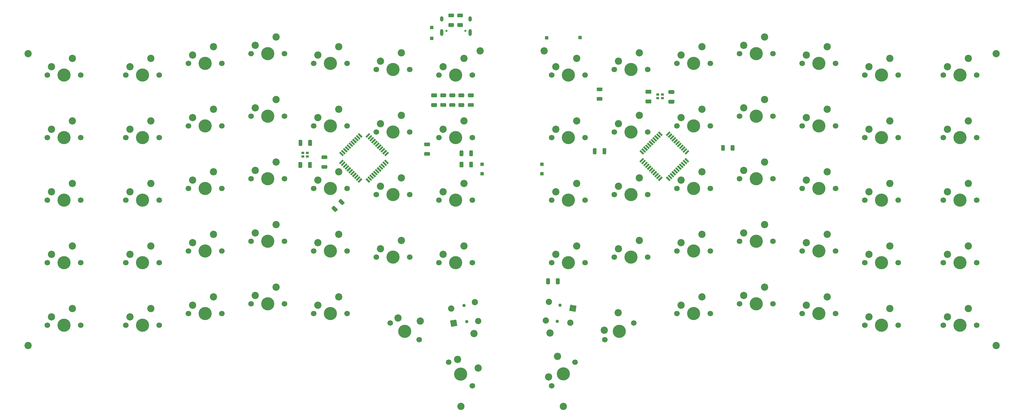
<source format=gbr>
%TF.GenerationSoftware,KiCad,Pcbnew,(5.1.10)-1*%
%TF.CreationDate,2021-09-02T18:22:41+02:00*%
%TF.ProjectId,T1,54312e6b-6963-4616-945f-706362585858,1.1*%
%TF.SameCoordinates,Original*%
%TF.FileFunction,Soldermask,Bot*%
%TF.FilePolarity,Negative*%
%FSLAX46Y46*%
G04 Gerber Fmt 4.6, Leading zero omitted, Abs format (unit mm)*
G04 Created by KiCad (PCBNEW (5.1.10)-1) date 2021-09-02 18:22:41*
%MOMM*%
%LPD*%
G01*
G04 APERTURE LIST*
%ADD10C,2.200000*%
%ADD11C,1.700000*%
%ADD12C,4.000000*%
%ADD13R,1.000000X1.000000*%
%ADD14O,1.000000X2.100000*%
%ADD15C,0.650000*%
%ADD16O,1.000000X1.600000*%
%ADD17C,0.100000*%
%ADD18C,1.000000*%
%ADD19C,1.900000*%
%ADD20R,0.900000X0.800000*%
G04 APERTURE END LIST*
%TO.C,C12*%
G36*
G01*
X161152000Y-112379999D02*
X161152000Y-113680001D01*
G75*
G02*
X160902001Y-113930000I-249999J0D01*
G01*
X160251999Y-113930000D01*
G75*
G02*
X160002000Y-113680001I0J249999D01*
G01*
X160002000Y-112379999D01*
G75*
G02*
X160251999Y-112130000I249999J0D01*
G01*
X160902001Y-112130000D01*
G75*
G02*
X161152000Y-112379999I0J-249999D01*
G01*
G37*
G36*
G01*
X164102000Y-112379999D02*
X164102000Y-113680001D01*
G75*
G02*
X163852001Y-113930000I-249999J0D01*
G01*
X163201999Y-113930000D01*
G75*
G02*
X162952000Y-113680001I0J249999D01*
G01*
X162952000Y-112379999D01*
G75*
G02*
X163201999Y-112130000I249999J0D01*
G01*
X163852001Y-112130000D01*
G75*
G02*
X164102000Y-112379999I0J-249999D01*
G01*
G37*
%TD*%
D10*
%TO.C,REF\u002A\u002A*%
X161163000Y-128778000D03*
%TD*%
%TO.C,REF\u002A\u002A*%
X138049000Y-128905000D03*
%TD*%
%TO.C,REF\u002A\u002A*%
X296862500Y-132556250D03*
%TD*%
%TO.C,REF\u002A\u002A*%
X296862500Y-43656250D03*
%TD*%
%TO.C,REF\u002A\u002A*%
X2381250Y-43656250D03*
%TD*%
%TO.C,REF\u002A\u002A*%
X2381250Y-132556250D03*
%TD*%
%TO.C,REF\u002A\u002A*%
X165195250Y-151130000D03*
%TD*%
%TO.C,REF\u002A\u002A*%
X134048500Y-151130000D03*
%TD*%
%TO.C,REF\u002A\u002A*%
X139890500Y-42799000D03*
%TD*%
%TO.C,REF\u002A\u002A*%
X159353250Y-42799000D03*
%TD*%
D11*
%TO.C,SW21*%
X99472750Y-46640750D03*
X89312750Y-46640750D03*
D12*
X94392750Y-46640750D03*
D10*
X90582750Y-44100750D03*
X96932750Y-41560750D03*
%TD*%
D13*
%TO.C,D+*%
X140525500Y-77343000D03*
%TD*%
%TO.C,D-*%
X140525500Y-80264000D03*
%TD*%
D11*
%TO.C,SW45*%
X190881000Y-86645750D03*
X180721000Y-86645750D03*
D12*
X185801000Y-86645750D03*
D10*
X181991000Y-84105750D03*
X188341000Y-81565750D03*
%TD*%
D11*
%TO.C,SW43*%
X190874650Y-48539400D03*
X180714650Y-48539400D03*
D12*
X185794650Y-48539400D03*
D10*
X181984650Y-45999400D03*
X188334650Y-43459400D03*
%TD*%
D11*
%TO.C,SW26*%
X118529100Y-48539400D03*
X108369100Y-48539400D03*
D12*
X113449100Y-48539400D03*
D10*
X109639100Y-45999400D03*
X115989100Y-43459400D03*
%TD*%
D11*
%TO.C,SW16*%
X80422750Y-43719750D03*
X70262750Y-43719750D03*
D12*
X75342750Y-43719750D03*
D10*
X71532750Y-41179750D03*
X77882750Y-38639750D03*
%TD*%
D11*
%TO.C,SW72*%
X290957000Y-126396750D03*
X280797000Y-126396750D03*
D12*
X285877000Y-126396750D03*
D10*
X282067000Y-123856750D03*
X288417000Y-121316750D03*
%TD*%
D11*
%TO.C,SW71*%
X290957000Y-107346750D03*
X280797000Y-107346750D03*
D12*
X285877000Y-107346750D03*
D10*
X282067000Y-104806750D03*
X288417000Y-102266750D03*
%TD*%
D11*
%TO.C,SW70*%
X290957000Y-88296750D03*
X280797000Y-88296750D03*
D12*
X285877000Y-88296750D03*
D10*
X282067000Y-85756750D03*
X288417000Y-83216750D03*
%TD*%
D11*
%TO.C,SW69*%
X290957000Y-69246750D03*
X280797000Y-69246750D03*
D12*
X285877000Y-69246750D03*
D10*
X282067000Y-66706750D03*
X288417000Y-64166750D03*
%TD*%
D11*
%TO.C,SW68*%
X290957000Y-50196750D03*
X280797000Y-50196750D03*
D12*
X285877000Y-50196750D03*
D10*
X282067000Y-47656750D03*
X288417000Y-45116750D03*
%TD*%
D11*
%TO.C,SW67*%
X267081000Y-126396750D03*
X256921000Y-126396750D03*
D12*
X262001000Y-126396750D03*
D10*
X258191000Y-123856750D03*
X264541000Y-121316750D03*
%TD*%
D11*
%TO.C,SW66*%
X267081000Y-107346750D03*
X256921000Y-107346750D03*
D12*
X262001000Y-107346750D03*
D10*
X258191000Y-104806750D03*
X264541000Y-102266750D03*
%TD*%
D11*
%TO.C,SW65*%
X267081000Y-88296750D03*
X256921000Y-88296750D03*
D12*
X262001000Y-88296750D03*
D10*
X258191000Y-85756750D03*
X264541000Y-83216750D03*
%TD*%
D11*
%TO.C,SW64*%
X267081000Y-69246750D03*
X256921000Y-69246750D03*
D12*
X262001000Y-69246750D03*
D10*
X258191000Y-66706750D03*
X264541000Y-64166750D03*
%TD*%
D11*
%TO.C,SW63*%
X267081000Y-50196750D03*
X256921000Y-50196750D03*
D12*
X262001000Y-50196750D03*
D10*
X258191000Y-47656750D03*
X264541000Y-45116750D03*
%TD*%
D11*
%TO.C,SW62*%
X248031000Y-122840750D03*
X237871000Y-122840750D03*
D12*
X242951000Y-122840750D03*
D10*
X239141000Y-120300750D03*
X245491000Y-117760750D03*
%TD*%
D11*
%TO.C,SW61*%
X248031000Y-103790750D03*
X237871000Y-103790750D03*
D12*
X242951000Y-103790750D03*
D10*
X239141000Y-101250750D03*
X245491000Y-98710750D03*
%TD*%
D11*
%TO.C,SW60*%
X248031000Y-84740750D03*
X237871000Y-84740750D03*
D12*
X242951000Y-84740750D03*
D10*
X239141000Y-82200750D03*
X245491000Y-79660750D03*
%TD*%
D11*
%TO.C,SW59*%
X248031000Y-65690750D03*
X237871000Y-65690750D03*
D12*
X242951000Y-65690750D03*
D10*
X239141000Y-63150750D03*
X245491000Y-60610750D03*
%TD*%
D11*
%TO.C,SW58*%
X248031000Y-46640750D03*
X237871000Y-46640750D03*
D12*
X242951000Y-46640750D03*
D10*
X239141000Y-44100750D03*
X245491000Y-41560750D03*
%TD*%
D11*
%TO.C,SW57*%
X228981000Y-119919750D03*
X218821000Y-119919750D03*
D12*
X223901000Y-119919750D03*
D10*
X220091000Y-117379750D03*
X226441000Y-114839750D03*
%TD*%
D11*
%TO.C,SW56*%
X228981000Y-100869750D03*
X218821000Y-100869750D03*
D12*
X223901000Y-100869750D03*
D10*
X220091000Y-98329750D03*
X226441000Y-95789750D03*
%TD*%
D11*
%TO.C,SW55*%
X228981000Y-81819750D03*
X218821000Y-81819750D03*
D12*
X223901000Y-81819750D03*
D10*
X220091000Y-79279750D03*
X226441000Y-76739750D03*
%TD*%
D11*
%TO.C,SW54*%
X228981000Y-62769750D03*
X218821000Y-62769750D03*
D12*
X223901000Y-62769750D03*
D10*
X220091000Y-60229750D03*
X226441000Y-57689750D03*
%TD*%
D11*
%TO.C,SW53*%
X228981000Y-43719750D03*
X218821000Y-43719750D03*
D12*
X223901000Y-43719750D03*
D10*
X220091000Y-41179750D03*
X226441000Y-38639750D03*
%TD*%
D11*
%TO.C,SW52*%
X209931000Y-122840750D03*
X199771000Y-122840750D03*
D12*
X204851000Y-122840750D03*
D10*
X201041000Y-120300750D03*
X207391000Y-117760750D03*
%TD*%
D11*
%TO.C,SW51*%
X209931000Y-103790750D03*
X199771000Y-103790750D03*
D12*
X204851000Y-103790750D03*
D10*
X201041000Y-101250750D03*
X207391000Y-98710750D03*
%TD*%
D11*
%TO.C,SW50*%
X209931000Y-84740750D03*
X199771000Y-84740750D03*
D12*
X204851000Y-84740750D03*
D10*
X201041000Y-82200750D03*
X207391000Y-79660750D03*
%TD*%
D11*
%TO.C,SW49*%
X209931000Y-65690750D03*
X199771000Y-65690750D03*
D12*
X204851000Y-65690750D03*
D10*
X201041000Y-63150750D03*
X207391000Y-60610750D03*
%TD*%
D11*
%TO.C,SW48*%
X209931000Y-46640750D03*
X199771000Y-46640750D03*
D12*
X204851000Y-46640750D03*
D10*
X201041000Y-44100750D03*
X207391000Y-41560750D03*
%TD*%
D11*
%TO.C,SW47*%
X186644410Y-125716159D03*
X177845591Y-130796159D03*
D12*
X182245000Y-128256159D03*
D10*
X177675444Y-127961455D03*
X181904705Y-122586750D03*
%TD*%
D11*
%TO.C,SW46*%
X190881000Y-105695750D03*
X180721000Y-105695750D03*
D12*
X185801000Y-105695750D03*
D10*
X181991000Y-103155750D03*
X188341000Y-100615750D03*
%TD*%
D11*
%TO.C,SW44*%
X190881000Y-67595750D03*
X180721000Y-67595750D03*
D12*
X185801000Y-67595750D03*
D10*
X181991000Y-65055750D03*
X188341000Y-62515750D03*
%TD*%
D11*
%TO.C,SW42*%
X168819103Y-137663647D03*
X161634898Y-144847852D03*
D12*
X165227000Y-141255750D03*
D10*
X160736872Y-142153775D03*
X163430949Y-135867596D03*
%TD*%
D11*
%TO.C,SW41*%
X171831000Y-107346750D03*
X161671000Y-107346750D03*
D12*
X166751000Y-107346750D03*
D10*
X162941000Y-104806750D03*
X169291000Y-102266750D03*
%TD*%
D11*
%TO.C,SW40*%
X171831000Y-88296750D03*
X161671000Y-88296750D03*
D12*
X166751000Y-88296750D03*
D10*
X162941000Y-85756750D03*
X169291000Y-83216750D03*
%TD*%
D11*
%TO.C,SW39*%
X171831000Y-69246750D03*
X161671000Y-69246750D03*
D12*
X166751000Y-69246750D03*
D10*
X162941000Y-66706750D03*
X169291000Y-64166750D03*
%TD*%
D11*
%TO.C,SW38*%
X171831000Y-50196750D03*
X161671000Y-50196750D03*
D12*
X166751000Y-50196750D03*
D10*
X162941000Y-47656750D03*
X169291000Y-45116750D03*
%TD*%
D14*
%TO.C,J1*%
X128236250Y-37261250D03*
X136876250Y-37261250D03*
D15*
X135446250Y-36731250D03*
D16*
X136876250Y-33081250D03*
D15*
X129666250Y-36731250D03*
D16*
X128236250Y-33081250D03*
%TD*%
D17*
%TO.C,U2*%
G36*
X196406548Y-81453060D02*
G01*
X196795456Y-81064152D01*
X197856116Y-82124812D01*
X197467208Y-82513720D01*
X196406548Y-81453060D01*
G37*
G36*
X196972233Y-80887374D02*
G01*
X197361141Y-80498466D01*
X198421801Y-81559126D01*
X198032893Y-81948034D01*
X196972233Y-80887374D01*
G37*
G36*
X197537918Y-80321689D02*
G01*
X197926826Y-79932781D01*
X198987486Y-80993441D01*
X198598578Y-81382349D01*
X197537918Y-80321689D01*
G37*
G36*
X198103604Y-79756004D02*
G01*
X198492512Y-79367096D01*
X199553172Y-80427756D01*
X199164264Y-80816664D01*
X198103604Y-79756004D01*
G37*
G36*
X198669289Y-79190318D02*
G01*
X199058197Y-78801410D01*
X200118857Y-79862070D01*
X199729949Y-80250978D01*
X198669289Y-79190318D01*
G37*
G36*
X199234975Y-78624633D02*
G01*
X199623883Y-78235725D01*
X200684543Y-79296385D01*
X200295635Y-79685293D01*
X199234975Y-78624633D01*
G37*
G36*
X199800660Y-78058947D02*
G01*
X200189568Y-77670039D01*
X201250228Y-78730699D01*
X200861320Y-79119607D01*
X199800660Y-78058947D01*
G37*
G36*
X200366346Y-77493262D02*
G01*
X200755254Y-77104354D01*
X201815914Y-78165014D01*
X201427006Y-78553922D01*
X200366346Y-77493262D01*
G37*
G36*
X200932031Y-76927576D02*
G01*
X201320939Y-76538668D01*
X202381599Y-77599328D01*
X201992691Y-77988236D01*
X200932031Y-76927576D01*
G37*
G36*
X201497716Y-76361891D02*
G01*
X201886624Y-75972983D01*
X202947284Y-77033643D01*
X202558376Y-77422551D01*
X201497716Y-76361891D01*
G37*
G36*
X202063402Y-75796206D02*
G01*
X202452310Y-75407298D01*
X203512970Y-76467958D01*
X203124062Y-76856866D01*
X202063402Y-75796206D01*
G37*
G36*
X202452310Y-74452702D02*
G01*
X202063402Y-74063794D01*
X203124062Y-73003134D01*
X203512970Y-73392042D01*
X202452310Y-74452702D01*
G37*
G36*
X201886624Y-73887017D02*
G01*
X201497716Y-73498109D01*
X202558376Y-72437449D01*
X202947284Y-72826357D01*
X201886624Y-73887017D01*
G37*
G36*
X201320939Y-73321332D02*
G01*
X200932031Y-72932424D01*
X201992691Y-71871764D01*
X202381599Y-72260672D01*
X201320939Y-73321332D01*
G37*
G36*
X200755254Y-72755646D02*
G01*
X200366346Y-72366738D01*
X201427006Y-71306078D01*
X201815914Y-71694986D01*
X200755254Y-72755646D01*
G37*
G36*
X200189568Y-72189961D02*
G01*
X199800660Y-71801053D01*
X200861320Y-70740393D01*
X201250228Y-71129301D01*
X200189568Y-72189961D01*
G37*
G36*
X199623883Y-71624275D02*
G01*
X199234975Y-71235367D01*
X200295635Y-70174707D01*
X200684543Y-70563615D01*
X199623883Y-71624275D01*
G37*
G36*
X199058197Y-71058590D02*
G01*
X198669289Y-70669682D01*
X199729949Y-69609022D01*
X200118857Y-69997930D01*
X199058197Y-71058590D01*
G37*
G36*
X198492512Y-70492904D02*
G01*
X198103604Y-70103996D01*
X199164264Y-69043336D01*
X199553172Y-69432244D01*
X198492512Y-70492904D01*
G37*
G36*
X197926826Y-69927219D02*
G01*
X197537918Y-69538311D01*
X198598578Y-68477651D01*
X198987486Y-68866559D01*
X197926826Y-69927219D01*
G37*
G36*
X197361141Y-69361534D02*
G01*
X196972233Y-68972626D01*
X198032893Y-67911966D01*
X198421801Y-68300874D01*
X197361141Y-69361534D01*
G37*
G36*
X196795456Y-68795848D02*
G01*
X196406548Y-68406940D01*
X197467208Y-67346280D01*
X197856116Y-67735188D01*
X196795456Y-68795848D01*
G37*
G36*
X194002384Y-67735188D02*
G01*
X194391292Y-67346280D01*
X195451952Y-68406940D01*
X195063044Y-68795848D01*
X194002384Y-67735188D01*
G37*
G36*
X193436699Y-68300874D02*
G01*
X193825607Y-67911966D01*
X194886267Y-68972626D01*
X194497359Y-69361534D01*
X193436699Y-68300874D01*
G37*
G36*
X192871014Y-68866559D02*
G01*
X193259922Y-68477651D01*
X194320582Y-69538311D01*
X193931674Y-69927219D01*
X192871014Y-68866559D01*
G37*
G36*
X192305328Y-69432244D02*
G01*
X192694236Y-69043336D01*
X193754896Y-70103996D01*
X193365988Y-70492904D01*
X192305328Y-69432244D01*
G37*
G36*
X191739643Y-69997930D02*
G01*
X192128551Y-69609022D01*
X193189211Y-70669682D01*
X192800303Y-71058590D01*
X191739643Y-69997930D01*
G37*
G36*
X191173957Y-70563615D02*
G01*
X191562865Y-70174707D01*
X192623525Y-71235367D01*
X192234617Y-71624275D01*
X191173957Y-70563615D01*
G37*
G36*
X190608272Y-71129301D02*
G01*
X190997180Y-70740393D01*
X192057840Y-71801053D01*
X191668932Y-72189961D01*
X190608272Y-71129301D01*
G37*
G36*
X190042586Y-71694986D02*
G01*
X190431494Y-71306078D01*
X191492154Y-72366738D01*
X191103246Y-72755646D01*
X190042586Y-71694986D01*
G37*
G36*
X189476901Y-72260672D02*
G01*
X189865809Y-71871764D01*
X190926469Y-72932424D01*
X190537561Y-73321332D01*
X189476901Y-72260672D01*
G37*
G36*
X188911216Y-72826357D02*
G01*
X189300124Y-72437449D01*
X190360784Y-73498109D01*
X189971876Y-73887017D01*
X188911216Y-72826357D01*
G37*
G36*
X188345530Y-73392042D02*
G01*
X188734438Y-73003134D01*
X189795098Y-74063794D01*
X189406190Y-74452702D01*
X188345530Y-73392042D01*
G37*
G36*
X188734438Y-76856866D02*
G01*
X188345530Y-76467958D01*
X189406190Y-75407298D01*
X189795098Y-75796206D01*
X188734438Y-76856866D01*
G37*
G36*
X189300124Y-77422551D02*
G01*
X188911216Y-77033643D01*
X189971876Y-75972983D01*
X190360784Y-76361891D01*
X189300124Y-77422551D01*
G37*
G36*
X189865809Y-77988236D02*
G01*
X189476901Y-77599328D01*
X190537561Y-76538668D01*
X190926469Y-76927576D01*
X189865809Y-77988236D01*
G37*
G36*
X190431494Y-78553922D02*
G01*
X190042586Y-78165014D01*
X191103246Y-77104354D01*
X191492154Y-77493262D01*
X190431494Y-78553922D01*
G37*
G36*
X190997180Y-79119607D02*
G01*
X190608272Y-78730699D01*
X191668932Y-77670039D01*
X192057840Y-78058947D01*
X190997180Y-79119607D01*
G37*
G36*
X191562865Y-79685293D02*
G01*
X191173957Y-79296385D01*
X192234617Y-78235725D01*
X192623525Y-78624633D01*
X191562865Y-79685293D01*
G37*
G36*
X192128551Y-80250978D02*
G01*
X191739643Y-79862070D01*
X192800303Y-78801410D01*
X193189211Y-79190318D01*
X192128551Y-80250978D01*
G37*
G36*
X192694236Y-80816664D02*
G01*
X192305328Y-80427756D01*
X193365988Y-79367096D01*
X193754896Y-79756004D01*
X192694236Y-80816664D01*
G37*
G36*
X193259922Y-81382349D02*
G01*
X192871014Y-80993441D01*
X193931674Y-79932781D01*
X194320582Y-80321689D01*
X193259922Y-81382349D01*
G37*
G36*
X193825607Y-81948034D02*
G01*
X193436699Y-81559126D01*
X194497359Y-80498466D01*
X194886267Y-80887374D01*
X193825607Y-81948034D01*
G37*
G36*
X194391292Y-82513720D02*
G01*
X194002384Y-82124812D01*
X195063044Y-81064152D01*
X195451952Y-81453060D01*
X194391292Y-82513720D01*
G37*
%TD*%
%TO.C,U1*%
G36*
X105061798Y-81961060D02*
G01*
X105450706Y-81572152D01*
X106511366Y-82632812D01*
X106122458Y-83021720D01*
X105061798Y-81961060D01*
G37*
G36*
X105627483Y-81395374D02*
G01*
X106016391Y-81006466D01*
X107077051Y-82067126D01*
X106688143Y-82456034D01*
X105627483Y-81395374D01*
G37*
G36*
X106193168Y-80829689D02*
G01*
X106582076Y-80440781D01*
X107642736Y-81501441D01*
X107253828Y-81890349D01*
X106193168Y-80829689D01*
G37*
G36*
X106758854Y-80264004D02*
G01*
X107147762Y-79875096D01*
X108208422Y-80935756D01*
X107819514Y-81324664D01*
X106758854Y-80264004D01*
G37*
G36*
X107324539Y-79698318D02*
G01*
X107713447Y-79309410D01*
X108774107Y-80370070D01*
X108385199Y-80758978D01*
X107324539Y-79698318D01*
G37*
G36*
X107890225Y-79132633D02*
G01*
X108279133Y-78743725D01*
X109339793Y-79804385D01*
X108950885Y-80193293D01*
X107890225Y-79132633D01*
G37*
G36*
X108455910Y-78566947D02*
G01*
X108844818Y-78178039D01*
X109905478Y-79238699D01*
X109516570Y-79627607D01*
X108455910Y-78566947D01*
G37*
G36*
X109021596Y-78001262D02*
G01*
X109410504Y-77612354D01*
X110471164Y-78673014D01*
X110082256Y-79061922D01*
X109021596Y-78001262D01*
G37*
G36*
X109587281Y-77435576D02*
G01*
X109976189Y-77046668D01*
X111036849Y-78107328D01*
X110647941Y-78496236D01*
X109587281Y-77435576D01*
G37*
G36*
X110152966Y-76869891D02*
G01*
X110541874Y-76480983D01*
X111602534Y-77541643D01*
X111213626Y-77930551D01*
X110152966Y-76869891D01*
G37*
G36*
X110718652Y-76304206D02*
G01*
X111107560Y-75915298D01*
X112168220Y-76975958D01*
X111779312Y-77364866D01*
X110718652Y-76304206D01*
G37*
G36*
X111107560Y-74960702D02*
G01*
X110718652Y-74571794D01*
X111779312Y-73511134D01*
X112168220Y-73900042D01*
X111107560Y-74960702D01*
G37*
G36*
X110541874Y-74395017D02*
G01*
X110152966Y-74006109D01*
X111213626Y-72945449D01*
X111602534Y-73334357D01*
X110541874Y-74395017D01*
G37*
G36*
X109976189Y-73829332D02*
G01*
X109587281Y-73440424D01*
X110647941Y-72379764D01*
X111036849Y-72768672D01*
X109976189Y-73829332D01*
G37*
G36*
X109410504Y-73263646D02*
G01*
X109021596Y-72874738D01*
X110082256Y-71814078D01*
X110471164Y-72202986D01*
X109410504Y-73263646D01*
G37*
G36*
X108844818Y-72697961D02*
G01*
X108455910Y-72309053D01*
X109516570Y-71248393D01*
X109905478Y-71637301D01*
X108844818Y-72697961D01*
G37*
G36*
X108279133Y-72132275D02*
G01*
X107890225Y-71743367D01*
X108950885Y-70682707D01*
X109339793Y-71071615D01*
X108279133Y-72132275D01*
G37*
G36*
X107713447Y-71566590D02*
G01*
X107324539Y-71177682D01*
X108385199Y-70117022D01*
X108774107Y-70505930D01*
X107713447Y-71566590D01*
G37*
G36*
X107147762Y-71000904D02*
G01*
X106758854Y-70611996D01*
X107819514Y-69551336D01*
X108208422Y-69940244D01*
X107147762Y-71000904D01*
G37*
G36*
X106582076Y-70435219D02*
G01*
X106193168Y-70046311D01*
X107253828Y-68985651D01*
X107642736Y-69374559D01*
X106582076Y-70435219D01*
G37*
G36*
X106016391Y-69869534D02*
G01*
X105627483Y-69480626D01*
X106688143Y-68419966D01*
X107077051Y-68808874D01*
X106016391Y-69869534D01*
G37*
G36*
X105450706Y-69303848D02*
G01*
X105061798Y-68914940D01*
X106122458Y-67854280D01*
X106511366Y-68243188D01*
X105450706Y-69303848D01*
G37*
G36*
X102657634Y-68243188D02*
G01*
X103046542Y-67854280D01*
X104107202Y-68914940D01*
X103718294Y-69303848D01*
X102657634Y-68243188D01*
G37*
G36*
X102091949Y-68808874D02*
G01*
X102480857Y-68419966D01*
X103541517Y-69480626D01*
X103152609Y-69869534D01*
X102091949Y-68808874D01*
G37*
G36*
X101526264Y-69374559D02*
G01*
X101915172Y-68985651D01*
X102975832Y-70046311D01*
X102586924Y-70435219D01*
X101526264Y-69374559D01*
G37*
G36*
X100960578Y-69940244D02*
G01*
X101349486Y-69551336D01*
X102410146Y-70611996D01*
X102021238Y-71000904D01*
X100960578Y-69940244D01*
G37*
G36*
X100394893Y-70505930D02*
G01*
X100783801Y-70117022D01*
X101844461Y-71177682D01*
X101455553Y-71566590D01*
X100394893Y-70505930D01*
G37*
G36*
X99829207Y-71071615D02*
G01*
X100218115Y-70682707D01*
X101278775Y-71743367D01*
X100889867Y-72132275D01*
X99829207Y-71071615D01*
G37*
G36*
X99263522Y-71637301D02*
G01*
X99652430Y-71248393D01*
X100713090Y-72309053D01*
X100324182Y-72697961D01*
X99263522Y-71637301D01*
G37*
G36*
X98697836Y-72202986D02*
G01*
X99086744Y-71814078D01*
X100147404Y-72874738D01*
X99758496Y-73263646D01*
X98697836Y-72202986D01*
G37*
G36*
X98132151Y-72768672D02*
G01*
X98521059Y-72379764D01*
X99581719Y-73440424D01*
X99192811Y-73829332D01*
X98132151Y-72768672D01*
G37*
G36*
X97566466Y-73334357D02*
G01*
X97955374Y-72945449D01*
X99016034Y-74006109D01*
X98627126Y-74395017D01*
X97566466Y-73334357D01*
G37*
G36*
X97000780Y-73900042D02*
G01*
X97389688Y-73511134D01*
X98450348Y-74571794D01*
X98061440Y-74960702D01*
X97000780Y-73900042D01*
G37*
G36*
X97389688Y-77364866D02*
G01*
X97000780Y-76975958D01*
X98061440Y-75915298D01*
X98450348Y-76304206D01*
X97389688Y-77364866D01*
G37*
G36*
X97955374Y-77930551D02*
G01*
X97566466Y-77541643D01*
X98627126Y-76480983D01*
X99016034Y-76869891D01*
X97955374Y-77930551D01*
G37*
G36*
X98521059Y-78496236D02*
G01*
X98132151Y-78107328D01*
X99192811Y-77046668D01*
X99581719Y-77435576D01*
X98521059Y-78496236D01*
G37*
G36*
X99086744Y-79061922D02*
G01*
X98697836Y-78673014D01*
X99758496Y-77612354D01*
X100147404Y-78001262D01*
X99086744Y-79061922D01*
G37*
G36*
X99652430Y-79627607D02*
G01*
X99263522Y-79238699D01*
X100324182Y-78178039D01*
X100713090Y-78566947D01*
X99652430Y-79627607D01*
G37*
G36*
X100218115Y-80193293D02*
G01*
X99829207Y-79804385D01*
X100889867Y-78743725D01*
X101278775Y-79132633D01*
X100218115Y-80193293D01*
G37*
G36*
X100783801Y-80758978D02*
G01*
X100394893Y-80370070D01*
X101455553Y-79309410D01*
X101844461Y-79698318D01*
X100783801Y-80758978D01*
G37*
G36*
X101349486Y-81324664D02*
G01*
X100960578Y-80935756D01*
X102021238Y-79875096D01*
X102410146Y-80264004D01*
X101349486Y-81324664D01*
G37*
G36*
X101915172Y-81890349D02*
G01*
X101526264Y-81501441D01*
X102586924Y-80440781D01*
X102975832Y-80829689D01*
X101915172Y-81890349D01*
G37*
G36*
X102480857Y-82456034D02*
G01*
X102091949Y-82067126D01*
X103152609Y-81006466D01*
X103541517Y-81395374D01*
X102480857Y-82456034D01*
G37*
G36*
X103046542Y-83021720D02*
G01*
X102657634Y-82632812D01*
X103718294Y-81572152D01*
X104107202Y-81961060D01*
X103046542Y-83021720D01*
G37*
%TD*%
D11*
%TO.C,SW35*%
X137554699Y-144865904D03*
X130370494Y-137681699D03*
D12*
X133962596Y-141273801D03*
D10*
X133064571Y-136783673D03*
X139350750Y-139477750D03*
%TD*%
D11*
%TO.C,SW34*%
X137572750Y-107346750D03*
X127412750Y-107346750D03*
D12*
X132492750Y-107346750D03*
D10*
X128682750Y-104806750D03*
X135032750Y-102266750D03*
%TD*%
D11*
%TO.C,SW33*%
X137572750Y-88296750D03*
X127412750Y-88296750D03*
D12*
X132492750Y-88296750D03*
D10*
X128682750Y-85756750D03*
X135032750Y-83216750D03*
%TD*%
D11*
%TO.C,SW32*%
X137572750Y-69246750D03*
X127412750Y-69246750D03*
D12*
X132492750Y-69246750D03*
D10*
X128682750Y-66706750D03*
X135032750Y-64166750D03*
%TD*%
D11*
%TO.C,SW31*%
X137572750Y-50196750D03*
X127412750Y-50196750D03*
D12*
X132492750Y-50196750D03*
D10*
X128682750Y-47656750D03*
X135032750Y-45116750D03*
%TD*%
D11*
%TO.C,SW30*%
X121398160Y-130841750D03*
X112599341Y-125761750D03*
D12*
X116998750Y-128301750D03*
D10*
X114969194Y-124197046D03*
X121738455Y-125172341D03*
%TD*%
D11*
%TO.C,SW29*%
X118522750Y-105695750D03*
X108362750Y-105695750D03*
D12*
X113442750Y-105695750D03*
D10*
X109632750Y-103155750D03*
X115982750Y-100615750D03*
%TD*%
D11*
%TO.C,SW28*%
X118522750Y-86645750D03*
X108362750Y-86645750D03*
D12*
X113442750Y-86645750D03*
D10*
X109632750Y-84105750D03*
X115982750Y-81565750D03*
%TD*%
D11*
%TO.C,SW27*%
X118522750Y-67595750D03*
X108362750Y-67595750D03*
D12*
X113442750Y-67595750D03*
D10*
X109632750Y-65055750D03*
X115982750Y-62515750D03*
%TD*%
D11*
%TO.C,SW25*%
X99472750Y-122840750D03*
X89312750Y-122840750D03*
D12*
X94392750Y-122840750D03*
D10*
X90582750Y-120300750D03*
X96932750Y-117760750D03*
%TD*%
D11*
%TO.C,SW24*%
X99472750Y-103790750D03*
X89312750Y-103790750D03*
D12*
X94392750Y-103790750D03*
D10*
X90582750Y-101250750D03*
X96932750Y-98710750D03*
%TD*%
D11*
%TO.C,SW23*%
X99472750Y-84740750D03*
X89312750Y-84740750D03*
D12*
X94392750Y-84740750D03*
D10*
X90582750Y-82200750D03*
X96932750Y-79660750D03*
%TD*%
D11*
%TO.C,SW22*%
X99472750Y-65690750D03*
X89312750Y-65690750D03*
D12*
X94392750Y-65690750D03*
D10*
X90582750Y-63150750D03*
X96932750Y-60610750D03*
%TD*%
D11*
%TO.C,SW20*%
X80422750Y-119919750D03*
X70262750Y-119919750D03*
D12*
X75342750Y-119919750D03*
D10*
X71532750Y-117379750D03*
X77882750Y-114839750D03*
%TD*%
D11*
%TO.C,SW19*%
X80422750Y-100869750D03*
X70262750Y-100869750D03*
D12*
X75342750Y-100869750D03*
D10*
X71532750Y-98329750D03*
X77882750Y-95789750D03*
%TD*%
D11*
%TO.C,SW18*%
X80422750Y-81819750D03*
X70262750Y-81819750D03*
D12*
X75342750Y-81819750D03*
D10*
X71532750Y-79279750D03*
X77882750Y-76739750D03*
%TD*%
D11*
%TO.C,SW17*%
X80422750Y-62769750D03*
X70262750Y-62769750D03*
D12*
X75342750Y-62769750D03*
D10*
X71532750Y-60229750D03*
X77882750Y-57689750D03*
%TD*%
D11*
%TO.C,SW15*%
X61372750Y-122840750D03*
X51212750Y-122840750D03*
D12*
X56292750Y-122840750D03*
D10*
X52482750Y-120300750D03*
X58832750Y-117760750D03*
%TD*%
D11*
%TO.C,SW14*%
X61372750Y-103790750D03*
X51212750Y-103790750D03*
D12*
X56292750Y-103790750D03*
D10*
X52482750Y-101250750D03*
X58832750Y-98710750D03*
%TD*%
D11*
%TO.C,SW13*%
X61372750Y-84740750D03*
X51212750Y-84740750D03*
D12*
X56292750Y-84740750D03*
D10*
X52482750Y-82200750D03*
X58832750Y-79660750D03*
%TD*%
D11*
%TO.C,SW12*%
X61372750Y-65690750D03*
X51212750Y-65690750D03*
D12*
X56292750Y-65690750D03*
D10*
X52482750Y-63150750D03*
X58832750Y-60610750D03*
%TD*%
D11*
%TO.C,SW11*%
X61372750Y-46640750D03*
X51212750Y-46640750D03*
D12*
X56292750Y-46640750D03*
D10*
X52482750Y-44100750D03*
X58832750Y-41560750D03*
%TD*%
D11*
%TO.C,SW10*%
X42322750Y-126396750D03*
X32162750Y-126396750D03*
D12*
X37242750Y-126396750D03*
D10*
X33432750Y-123856750D03*
X39782750Y-121316750D03*
%TD*%
D11*
%TO.C,SW9*%
X42322750Y-107346750D03*
X32162750Y-107346750D03*
D12*
X37242750Y-107346750D03*
D10*
X33432750Y-104806750D03*
X39782750Y-102266750D03*
%TD*%
D11*
%TO.C,SW8*%
X42322750Y-88296750D03*
X32162750Y-88296750D03*
D12*
X37242750Y-88296750D03*
D10*
X33432750Y-85756750D03*
X39782750Y-83216750D03*
%TD*%
D11*
%TO.C,SW7*%
X42322750Y-69246750D03*
X32162750Y-69246750D03*
D12*
X37242750Y-69246750D03*
D10*
X33432750Y-66706750D03*
X39782750Y-64166750D03*
%TD*%
D11*
%TO.C,SW6*%
X42322750Y-50196750D03*
X32162750Y-50196750D03*
D12*
X37242750Y-50196750D03*
D10*
X33432750Y-47656750D03*
X39782750Y-45116750D03*
%TD*%
D11*
%TO.C,SW5*%
X18446750Y-126396750D03*
X8286750Y-126396750D03*
D12*
X13366750Y-126396750D03*
D10*
X9556750Y-123856750D03*
X15906750Y-121316750D03*
%TD*%
D11*
%TO.C,SW4*%
X18446750Y-107346750D03*
X8286750Y-107346750D03*
D12*
X13366750Y-107346750D03*
D10*
X9556750Y-104806750D03*
X15906750Y-102266750D03*
%TD*%
D11*
%TO.C,SW3*%
X18446750Y-88296750D03*
X8286750Y-88296750D03*
D12*
X13366750Y-88296750D03*
D10*
X9556750Y-85756750D03*
X15906750Y-83216750D03*
%TD*%
D11*
%TO.C,SW2*%
X18446750Y-69246750D03*
X8286750Y-69246750D03*
D12*
X13366750Y-69246750D03*
D10*
X9556750Y-66706750D03*
X15906750Y-64166750D03*
%TD*%
D11*
%TO.C,SW1*%
X18446750Y-50196750D03*
X8286750Y-50196750D03*
D12*
X13366750Y-50196750D03*
D10*
X9556750Y-47656750D03*
X15906750Y-45116750D03*
%TD*%
%TO.C,R8*%
G36*
G01*
X130470747Y-34396250D02*
X131720753Y-34396250D01*
G75*
G02*
X131970750Y-34646247I0J-249997D01*
G01*
X131970750Y-35271253D01*
G75*
G02*
X131720753Y-35521250I-249997J0D01*
G01*
X130470747Y-35521250D01*
G75*
G02*
X130220750Y-35271253I0J249997D01*
G01*
X130220750Y-34646247D01*
G75*
G02*
X130470747Y-34396250I249997J0D01*
G01*
G37*
G36*
G01*
X130470747Y-31471250D02*
X131720753Y-31471250D01*
G75*
G02*
X131970750Y-31721247I0J-249997D01*
G01*
X131970750Y-32346253D01*
G75*
G02*
X131720753Y-32596250I-249997J0D01*
G01*
X130470747Y-32596250D01*
G75*
G02*
X130220750Y-32346253I0J249997D01*
G01*
X130220750Y-31721247D01*
G75*
G02*
X130470747Y-31471250I249997J0D01*
G01*
G37*
%TD*%
%TO.C,R7*%
G36*
G01*
X133201247Y-34396250D02*
X134451253Y-34396250D01*
G75*
G02*
X134701250Y-34646247I0J-249997D01*
G01*
X134701250Y-35271253D01*
G75*
G02*
X134451253Y-35521250I-249997J0D01*
G01*
X133201247Y-35521250D01*
G75*
G02*
X132951250Y-35271253I0J249997D01*
G01*
X132951250Y-34646247D01*
G75*
G02*
X133201247Y-34396250I249997J0D01*
G01*
G37*
G36*
G01*
X133201247Y-31471250D02*
X134451253Y-31471250D01*
G75*
G02*
X134701250Y-31721247I0J-249997D01*
G01*
X134701250Y-32346253D01*
G75*
G02*
X134451253Y-32596250I-249997J0D01*
G01*
X133201247Y-32596250D01*
G75*
G02*
X132951250Y-32346253I0J249997D01*
G01*
X132951250Y-31721247D01*
G75*
G02*
X133201247Y-31471250I249997J0D01*
G01*
G37*
%TD*%
%TO.C,R6*%
G36*
G01*
X216133250Y-73015003D02*
X216133250Y-71764997D01*
G75*
G02*
X216383247Y-71515000I249997J0D01*
G01*
X217008253Y-71515000D01*
G75*
G02*
X217258250Y-71764997I0J-249997D01*
G01*
X217258250Y-73015003D01*
G75*
G02*
X217008253Y-73265000I-249997J0D01*
G01*
X216383247Y-73265000D01*
G75*
G02*
X216133250Y-73015003I0J249997D01*
G01*
G37*
G36*
G01*
X213208250Y-73015003D02*
X213208250Y-71764997D01*
G75*
G02*
X213458247Y-71515000I249997J0D01*
G01*
X214083253Y-71515000D01*
G75*
G02*
X214333250Y-71764997I0J-249997D01*
G01*
X214333250Y-73015003D01*
G75*
G02*
X214083253Y-73265000I-249997J0D01*
G01*
X213458247Y-73265000D01*
G75*
G02*
X213208250Y-73015003I0J249997D01*
G01*
G37*
%TD*%
%TO.C,R5*%
G36*
G01*
X176869253Y-55107000D02*
X175619247Y-55107000D01*
G75*
G02*
X175369250Y-54857003I0J249997D01*
G01*
X175369250Y-54231997D01*
G75*
G02*
X175619247Y-53982000I249997J0D01*
G01*
X176869253Y-53982000D01*
G75*
G02*
X177119250Y-54231997I0J-249997D01*
G01*
X177119250Y-54857003D01*
G75*
G02*
X176869253Y-55107000I-249997J0D01*
G01*
G37*
G36*
G01*
X176869253Y-58032000D02*
X175619247Y-58032000D01*
G75*
G02*
X175369250Y-57782003I0J249997D01*
G01*
X175369250Y-57156997D01*
G75*
G02*
X175619247Y-56907000I249997J0D01*
G01*
X176869253Y-56907000D01*
G75*
G02*
X177119250Y-57156997I0J-249997D01*
G01*
X177119250Y-57782003D01*
G75*
G02*
X176869253Y-58032000I-249997J0D01*
G01*
G37*
%TD*%
%TO.C,R4*%
G36*
G01*
X123136497Y-73671000D02*
X124386503Y-73671000D01*
G75*
G02*
X124636500Y-73920997I0J-249997D01*
G01*
X124636500Y-74546003D01*
G75*
G02*
X124386503Y-74796000I-249997J0D01*
G01*
X123136497Y-74796000D01*
G75*
G02*
X122886500Y-74546003I0J249997D01*
G01*
X122886500Y-73920997D01*
G75*
G02*
X123136497Y-73671000I249997J0D01*
G01*
G37*
G36*
G01*
X123136497Y-70746000D02*
X124386503Y-70746000D01*
G75*
G02*
X124636500Y-70995997I0J-249997D01*
G01*
X124636500Y-71621003D01*
G75*
G02*
X124386503Y-71871000I-249997J0D01*
G01*
X123136497Y-71871000D01*
G75*
G02*
X122886500Y-71621003I0J249997D01*
G01*
X122886500Y-70995997D01*
G75*
G02*
X123136497Y-70746000I249997J0D01*
G01*
G37*
%TD*%
%TO.C,R3*%
G36*
G01*
X134799500Y-73415997D02*
X134799500Y-74666003D01*
G75*
G02*
X134549503Y-74916000I-249997J0D01*
G01*
X133924497Y-74916000D01*
G75*
G02*
X133674500Y-74666003I0J249997D01*
G01*
X133674500Y-73415997D01*
G75*
G02*
X133924497Y-73166000I249997J0D01*
G01*
X134549503Y-73166000D01*
G75*
G02*
X134799500Y-73415997I0J-249997D01*
G01*
G37*
G36*
G01*
X137724500Y-73415997D02*
X137724500Y-74666003D01*
G75*
G02*
X137474503Y-74916000I-249997J0D01*
G01*
X136849497Y-74916000D01*
G75*
G02*
X136599500Y-74666003I0J249997D01*
G01*
X136599500Y-73415997D01*
G75*
G02*
X136849497Y-73166000I249997J0D01*
G01*
X137474503Y-73166000D01*
G75*
G02*
X137724500Y-73415997I0J-249997D01*
G01*
G37*
%TD*%
%TO.C,R2*%
G36*
G01*
X134799500Y-76844997D02*
X134799500Y-78095003D01*
G75*
G02*
X134549503Y-78345000I-249997J0D01*
G01*
X133924497Y-78345000D01*
G75*
G02*
X133674500Y-78095003I0J249997D01*
G01*
X133674500Y-76844997D01*
G75*
G02*
X133924497Y-76595000I249997J0D01*
G01*
X134549503Y-76595000D01*
G75*
G02*
X134799500Y-76844997I0J-249997D01*
G01*
G37*
G36*
G01*
X137724500Y-76844997D02*
X137724500Y-78095003D01*
G75*
G02*
X137474503Y-78345000I-249997J0D01*
G01*
X136849497Y-78345000D01*
G75*
G02*
X136599500Y-78095003I0J249997D01*
G01*
X136599500Y-76844997D01*
G75*
G02*
X136849497Y-76595000I249997J0D01*
G01*
X137474503Y-76595000D01*
G75*
G02*
X137724500Y-76844997I0J-249997D01*
G01*
G37*
%TD*%
%TO.C,R1*%
G36*
G01*
X93144503Y-75808000D02*
X91894497Y-75808000D01*
G75*
G02*
X91644500Y-75558003I0J249997D01*
G01*
X91644500Y-74932997D01*
G75*
G02*
X91894497Y-74683000I249997J0D01*
G01*
X93144503Y-74683000D01*
G75*
G02*
X93394500Y-74932997I0J-249997D01*
G01*
X93394500Y-75558003D01*
G75*
G02*
X93144503Y-75808000I-249997J0D01*
G01*
G37*
G36*
G01*
X93144503Y-78733000D02*
X91894497Y-78733000D01*
G75*
G02*
X91644500Y-78483003I0J249997D01*
G01*
X91644500Y-77857997D01*
G75*
G02*
X91894497Y-77608000I249997J0D01*
G01*
X93144503Y-77608000D01*
G75*
G02*
X93394500Y-77857997I0J-249997D01*
G01*
X93394500Y-78483003D01*
G75*
G02*
X93144503Y-78733000I-249997J0D01*
G01*
G37*
%TD*%
D18*
%TO.C,J3*%
X164245777Y-120273101D03*
X163377536Y-125197140D03*
D19*
X167360179Y-125645531D03*
D17*
G36*
X167041063Y-121984498D02*
G01*
X167370994Y-120113363D01*
X169242129Y-120443294D01*
X168912198Y-122314429D01*
X167041063Y-121984498D01*
G37*
D19*
X159861250Y-124983294D03*
X160868409Y-119271409D03*
%TD*%
D18*
%TO.C,J2*%
X135830601Y-125324140D03*
X134962360Y-120400101D03*
D19*
X131066541Y-121340896D03*
D17*
G36*
X132618560Y-124671998D02*
G01*
X132948491Y-126543133D01*
X131077356Y-126873064D01*
X130747425Y-125001929D01*
X132618560Y-124671998D01*
G37*
D19*
X138339728Y-119398409D03*
X139346887Y-125110294D03*
%TD*%
%TO.C,C11*%
G36*
G01*
X177144250Y-74056001D02*
X177144250Y-72755999D01*
G75*
G02*
X177394249Y-72506000I249999J0D01*
G01*
X178044251Y-72506000D01*
G75*
G02*
X178294250Y-72755999I0J-249999D01*
G01*
X178294250Y-74056001D01*
G75*
G02*
X178044251Y-74306000I-249999J0D01*
G01*
X177394249Y-74306000D01*
G75*
G02*
X177144250Y-74056001I0J249999D01*
G01*
G37*
G36*
G01*
X174194250Y-74056001D02*
X174194250Y-72755999D01*
G75*
G02*
X174444249Y-72506000I249999J0D01*
G01*
X175094251Y-72506000D01*
G75*
G02*
X175344250Y-72755999I0J-249999D01*
G01*
X175344250Y-74056001D01*
G75*
G02*
X175094251Y-74306000I-249999J0D01*
G01*
X174444249Y-74306000D01*
G75*
G02*
X174194250Y-74056001I0J249999D01*
G01*
G37*
%TD*%
%TO.C,C10*%
G36*
G01*
X190453249Y-57669000D02*
X191753251Y-57669000D01*
G75*
G02*
X192003250Y-57918999I0J-249999D01*
G01*
X192003250Y-58569001D01*
G75*
G02*
X191753251Y-58819000I-249999J0D01*
G01*
X190453249Y-58819000D01*
G75*
G02*
X190203250Y-58569001I0J249999D01*
G01*
X190203250Y-57918999D01*
G75*
G02*
X190453249Y-57669000I249999J0D01*
G01*
G37*
G36*
G01*
X190453249Y-54719000D02*
X191753251Y-54719000D01*
G75*
G02*
X192003250Y-54968999I0J-249999D01*
G01*
X192003250Y-55619001D01*
G75*
G02*
X191753251Y-55869000I-249999J0D01*
G01*
X190453249Y-55869000D01*
G75*
G02*
X190203250Y-55619001I0J249999D01*
G01*
X190203250Y-54968999D01*
G75*
G02*
X190453249Y-54719000I249999J0D01*
G01*
G37*
%TD*%
%TO.C,C9*%
G36*
G01*
X198738251Y-55947000D02*
X197438249Y-55947000D01*
G75*
G02*
X197188250Y-55697001I0J249999D01*
G01*
X197188250Y-55046999D01*
G75*
G02*
X197438249Y-54797000I249999J0D01*
G01*
X198738251Y-54797000D01*
G75*
G02*
X198988250Y-55046999I0J-249999D01*
G01*
X198988250Y-55697001D01*
G75*
G02*
X198738251Y-55947000I-249999J0D01*
G01*
G37*
G36*
G01*
X198738251Y-58897000D02*
X197438249Y-58897000D01*
G75*
G02*
X197188250Y-58647001I0J249999D01*
G01*
X197188250Y-57996999D01*
G75*
G02*
X197438249Y-57747000I249999J0D01*
G01*
X198738251Y-57747000D01*
G75*
G02*
X198988250Y-57996999I0J-249999D01*
G01*
X198988250Y-58647001D01*
G75*
G02*
X198738251Y-58897000I-249999J0D01*
G01*
G37*
%TD*%
%TO.C,C8*%
G36*
G01*
X97806517Y-89739224D02*
X96887276Y-88819983D01*
G75*
G02*
X96887276Y-88466431I176776J176776D01*
G01*
X97346897Y-88006810D01*
G75*
G02*
X97700449Y-88006810I176776J-176776D01*
G01*
X98619690Y-88926051D01*
G75*
G02*
X98619690Y-89279603I-176776J-176776D01*
G01*
X98160069Y-89739224D01*
G75*
G02*
X97806517Y-89739224I-176776J176776D01*
G01*
G37*
G36*
G01*
X95720551Y-91825190D02*
X94801310Y-90905949D01*
G75*
G02*
X94801310Y-90552397I176776J176776D01*
G01*
X95260931Y-90092776D01*
G75*
G02*
X95614483Y-90092776I176776J-176776D01*
G01*
X96533724Y-91012017D01*
G75*
G02*
X96533724Y-91365569I-176776J-176776D01*
G01*
X96074103Y-91825190D01*
G75*
G02*
X95720551Y-91825190I-176776J176776D01*
G01*
G37*
%TD*%
%TO.C,C7*%
G36*
G01*
X85777500Y-76946999D02*
X85777500Y-78247001D01*
G75*
G02*
X85527501Y-78497000I-249999J0D01*
G01*
X84877499Y-78497000D01*
G75*
G02*
X84627500Y-78247001I0J249999D01*
G01*
X84627500Y-76946999D01*
G75*
G02*
X84877499Y-76697000I249999J0D01*
G01*
X85527501Y-76697000D01*
G75*
G02*
X85777500Y-76946999I0J-249999D01*
G01*
G37*
G36*
G01*
X88727500Y-76946999D02*
X88727500Y-78247001D01*
G75*
G02*
X88477501Y-78497000I-249999J0D01*
G01*
X87827499Y-78497000D01*
G75*
G02*
X87577500Y-78247001I0J249999D01*
G01*
X87577500Y-76946999D01*
G75*
G02*
X87827499Y-76697000I249999J0D01*
G01*
X88477501Y-76697000D01*
G75*
G02*
X88727500Y-76946999I0J-249999D01*
G01*
G37*
%TD*%
%TO.C,C6*%
G36*
G01*
X87626500Y-71516001D02*
X87626500Y-70215999D01*
G75*
G02*
X87876499Y-69966000I249999J0D01*
G01*
X88526501Y-69966000D01*
G75*
G02*
X88776500Y-70215999I0J-249999D01*
G01*
X88776500Y-71516001D01*
G75*
G02*
X88526501Y-71766000I-249999J0D01*
G01*
X87876499Y-71766000D01*
G75*
G02*
X87626500Y-71516001I0J249999D01*
G01*
G37*
G36*
G01*
X84676500Y-71516001D02*
X84676500Y-70215999D01*
G75*
G02*
X84926499Y-69966000I249999J0D01*
G01*
X85576501Y-69966000D01*
G75*
G02*
X85826500Y-70215999I0J-249999D01*
G01*
X85826500Y-71516001D01*
G75*
G02*
X85576501Y-71766000I-249999J0D01*
G01*
X84926499Y-71766000D01*
G75*
G02*
X84676500Y-71516001I0J249999D01*
G01*
G37*
%TD*%
%TO.C,C5*%
G36*
G01*
X136446499Y-58748500D02*
X137746501Y-58748500D01*
G75*
G02*
X137996500Y-58998499I0J-249999D01*
G01*
X137996500Y-59648501D01*
G75*
G02*
X137746501Y-59898500I-249999J0D01*
G01*
X136446499Y-59898500D01*
G75*
G02*
X136196500Y-59648501I0J249999D01*
G01*
X136196500Y-58998499D01*
G75*
G02*
X136446499Y-58748500I249999J0D01*
G01*
G37*
G36*
G01*
X136446499Y-55798500D02*
X137746501Y-55798500D01*
G75*
G02*
X137996500Y-56048499I0J-249999D01*
G01*
X137996500Y-56698501D01*
G75*
G02*
X137746501Y-56948500I-249999J0D01*
G01*
X136446499Y-56948500D01*
G75*
G02*
X136196500Y-56698501I0J249999D01*
G01*
X136196500Y-56048499D01*
G75*
G02*
X136446499Y-55798500I249999J0D01*
G01*
G37*
%TD*%
%TO.C,C4*%
G36*
G01*
X133525499Y-58763000D02*
X134825501Y-58763000D01*
G75*
G02*
X135075500Y-59012999I0J-249999D01*
G01*
X135075500Y-59663001D01*
G75*
G02*
X134825501Y-59913000I-249999J0D01*
G01*
X133525499Y-59913000D01*
G75*
G02*
X133275500Y-59663001I0J249999D01*
G01*
X133275500Y-59012999D01*
G75*
G02*
X133525499Y-58763000I249999J0D01*
G01*
G37*
G36*
G01*
X133525499Y-55813000D02*
X134825501Y-55813000D01*
G75*
G02*
X135075500Y-56062999I0J-249999D01*
G01*
X135075500Y-56713001D01*
G75*
G02*
X134825501Y-56963000I-249999J0D01*
G01*
X133525499Y-56963000D01*
G75*
G02*
X133275500Y-56713001I0J249999D01*
G01*
X133275500Y-56062999D01*
G75*
G02*
X133525499Y-55813000I249999J0D01*
G01*
G37*
%TD*%
%TO.C,C3*%
G36*
G01*
X130794999Y-58748500D02*
X132095001Y-58748500D01*
G75*
G02*
X132345000Y-58998499I0J-249999D01*
G01*
X132345000Y-59648501D01*
G75*
G02*
X132095001Y-59898500I-249999J0D01*
G01*
X130794999Y-59898500D01*
G75*
G02*
X130545000Y-59648501I0J249999D01*
G01*
X130545000Y-58998499D01*
G75*
G02*
X130794999Y-58748500I249999J0D01*
G01*
G37*
G36*
G01*
X130794999Y-55798500D02*
X132095001Y-55798500D01*
G75*
G02*
X132345000Y-56048499I0J-249999D01*
G01*
X132345000Y-56698501D01*
G75*
G02*
X132095001Y-56948500I-249999J0D01*
G01*
X130794999Y-56948500D01*
G75*
G02*
X130545000Y-56698501I0J249999D01*
G01*
X130545000Y-56048499D01*
G75*
G02*
X130794999Y-55798500I249999J0D01*
G01*
G37*
%TD*%
%TO.C,C2*%
G36*
G01*
X128032749Y-58748500D02*
X129332751Y-58748500D01*
G75*
G02*
X129582750Y-58998499I0J-249999D01*
G01*
X129582750Y-59648501D01*
G75*
G02*
X129332751Y-59898500I-249999J0D01*
G01*
X128032749Y-59898500D01*
G75*
G02*
X127782750Y-59648501I0J249999D01*
G01*
X127782750Y-58998499D01*
G75*
G02*
X128032749Y-58748500I249999J0D01*
G01*
G37*
G36*
G01*
X128032749Y-55798500D02*
X129332751Y-55798500D01*
G75*
G02*
X129582750Y-56048499I0J-249999D01*
G01*
X129582750Y-56698501D01*
G75*
G02*
X129332751Y-56948500I-249999J0D01*
G01*
X128032749Y-56948500D01*
G75*
G02*
X127782750Y-56698501I0J249999D01*
G01*
X127782750Y-56048499D01*
G75*
G02*
X128032749Y-55798500I249999J0D01*
G01*
G37*
%TD*%
%TO.C,C1*%
G36*
G01*
X125270499Y-58763000D02*
X126570501Y-58763000D01*
G75*
G02*
X126820500Y-59012999I0J-249999D01*
G01*
X126820500Y-59663001D01*
G75*
G02*
X126570501Y-59913000I-249999J0D01*
G01*
X125270499Y-59913000D01*
G75*
G02*
X125020500Y-59663001I0J249999D01*
G01*
X125020500Y-59012999D01*
G75*
G02*
X125270499Y-58763000I249999J0D01*
G01*
G37*
G36*
G01*
X125270499Y-55813000D02*
X126570501Y-55813000D01*
G75*
G02*
X126820500Y-56062999I0J-249999D01*
G01*
X126820500Y-56713001D01*
G75*
G02*
X126570501Y-56963000I-249999J0D01*
G01*
X125270499Y-56963000D01*
G75*
G02*
X125020500Y-56713001I0J249999D01*
G01*
X125020500Y-56062999D01*
G75*
G02*
X125270499Y-55813000I249999J0D01*
G01*
G37*
%TD*%
D13*
%TO.C,TP1*%
X125158500Y-35687000D03*
%TD*%
%TO.C,TP2*%
X125158500Y-38989000D03*
%TD*%
%TO.C,TP3*%
X170275250Y-38735000D03*
%TD*%
%TO.C,TP4*%
X160115250Y-38862000D03*
%TD*%
%TO.C,D+*%
X158718250Y-77343000D03*
%TD*%
%TO.C,D-*%
X158718250Y-80264000D03*
%TD*%
D20*
%TO.C,Y1*%
X87377500Y-74972000D03*
X85977500Y-74972000D03*
X85977500Y-73872000D03*
X87377500Y-73872000D03*
%TD*%
%TO.C,Y2*%
X193959250Y-57192000D03*
X195359250Y-57192000D03*
X195359250Y-56092000D03*
X193959250Y-56092000D03*
%TD*%
M02*

</source>
